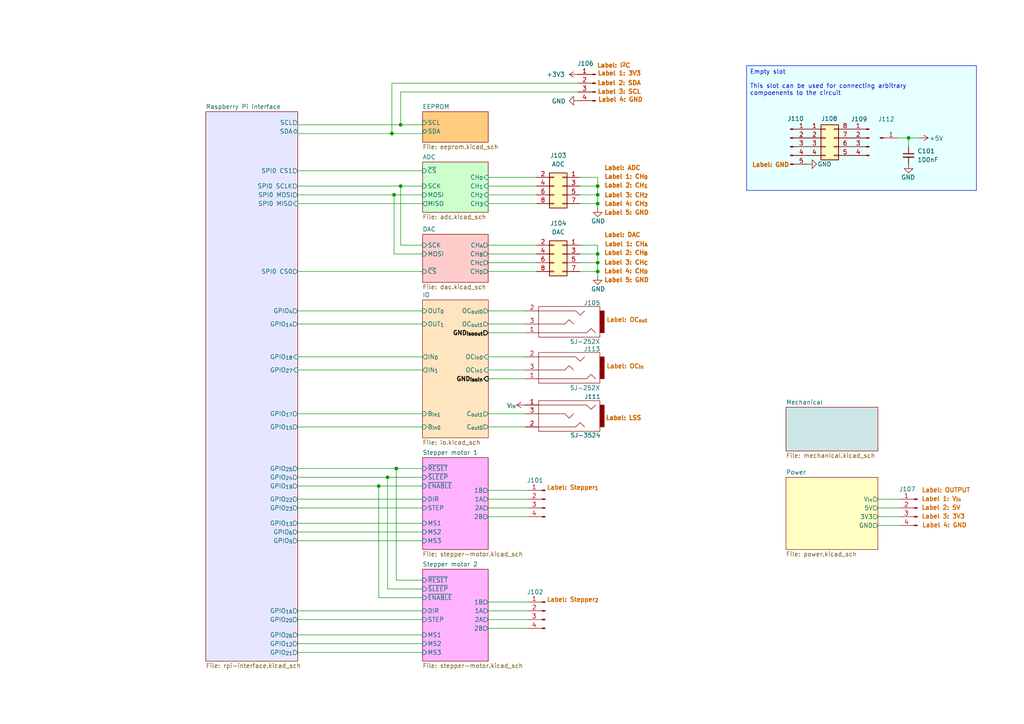
<source format=kicad_sch>
(kicad_sch (version 20231120) (generator "eeschema") (generator_version "8.0")
  (paper "A4")
  (title_block (title "${TITLE}") (date "2025-01-04") (rev "${REVISION}") (comment 1 "${AUTHOR}"))
  (lib_symbols
    (symbol "Connector:Conn_01x01_Pin" (pin_names (offset 1.016) hide)
      (property "Reference" "J" (at 0 2.54 0))
      (property "Value" "Conn_01x01_Pin" (at 0 -2.54 0))
      (symbol "Conn_01x01_Pin_1_1"
        (polyline (pts (xy 1.27 0) (xy 0.8636 0)) (stroke (width 0.1524)))
        (rectangle (start 0.8636 0.127) (end 0 -0.127) (stroke (width 0.1524)) (fill (type outline)))
        (pin passive line (at 5.08 0 180) (length 3.81) (name "Pin_1") (number "1"))
      )
    )
    (symbol "Connector:Conn_01x04_Pin" (pin_names (offset 1.016) hide)
      (property "Reference" "J" (at 0 5.08 0))
      (property "Value" "Conn_01x04_Pin" (at 0 -7.62 0))
      (symbol "Conn_01x04_Pin_1_1"
        (polyline (pts (xy 1.27 -5.08) (xy 0.8636 -5.08)) (stroke (width 0.1524)))
        (polyline (pts (xy 1.27 -2.54) (xy 0.8636 -2.54)) (stroke (width 0.1524)))
        (polyline (pts (xy 1.27 0) (xy 0.8636 0)) (stroke (width 0.1524)))
        (polyline (pts (xy 1.27 2.54) (xy 0.8636 2.54)) (stroke (width 0.1524)))
        (rectangle (start 0.8636 -4.953) (end 0 -5.207) (stroke (width 0.1524)) (fill (type outline)))
        (rectangle (start 0.8636 -2.413) (end 0 -2.667) (stroke (width 0.1524)) (fill (type outline)))
        (rectangle (start 0.8636 0.127) (end 0 -0.127) (stroke (width 0.1524)) (fill (type outline)))
        (rectangle (start 0.8636 2.667) (end 0 2.413) (stroke (width 0.1524)) (fill (type outline)))
        (pin passive line (at 5.08 2.54 180) (length 3.81) (name "Pin_1") (number "1"))
        (pin passive line (at 5.08 0 180) (length 3.81) (name "Pin_2") (number "2"))
        (pin passive line (at 5.08 -2.54 180) (length 3.81) (name "Pin_3") (number "3"))
        (pin passive line (at 5.08 -5.08 180) (length 3.81) (name "Pin_4") (number "4"))
      )
    )
    (symbol "Connector:Conn_01x05_Pin" (pin_names (offset 1.016) hide)
      (property "Reference" "J" (at 0 7.62 0))
      (property "Value" "Conn_01x05_Pin" (at 0 -7.62 0))
      (symbol "Conn_01x05_Pin_1_1"
        (polyline (pts (xy 1.27 -5.08) (xy 0.8636 -5.08)) (stroke (width 0.1524)))
        (polyline (pts (xy 1.27 -2.54) (xy 0.8636 -2.54)) (stroke (width 0.1524)))
        (polyline (pts (xy 1.27 0) (xy 0.8636 0)) (stroke (width 0.1524)))
        (polyline (pts (xy 1.27 2.54) (xy 0.8636 2.54)) (stroke (width 0.1524)))
        (polyline (pts (xy 1.27 5.08) (xy 0.8636 5.08)) (stroke (width 0.1524)))
        (rectangle (start 0.8636 -4.953) (end 0 -5.207) (stroke (width 0.1524)) (fill (type outline)))
        (rectangle (start 0.8636 -2.413) (end 0 -2.667) (stroke (width 0.1524)) (fill (type outline)))
        (rectangle (start 0.8636 0.127) (end 0 -0.127) (stroke (width 0.1524)) (fill (type outline)))
        (rectangle (start 0.8636 2.667) (end 0 2.413) (stroke (width 0.1524)) (fill (type outline)))
        (rectangle (start 0.8636 5.207) (end 0 4.953) (stroke (width 0.1524)) (fill (type outline)))
        (pin passive line (at 5.08 5.08 180) (length 3.81) (name "Pin_1") (number "1"))
        (pin passive line (at 5.08 2.54 180) (length 3.81) (name "Pin_2") (number "2"))
        (pin passive line (at 5.08 0 180) (length 3.81) (name "Pin_3") (number "3"))
        (pin passive line (at 5.08 -2.54 180) (length 3.81) (name "Pin_4") (number "4"))
        (pin passive line (at 5.08 -5.08 180) (length 3.81) (name "Pin_5") (number "5"))
      )
    )
    (symbol "Connector_Generic:Conn_02x04_Counter_Clockwise" (pin_names (offset 1.016) hide)
      (property "Reference" "J" (at 1.27 5.08 0))
      (property "Value" "Conn_02x04_Counter_Clockwise" (at 1.27 -7.62 0))
      (symbol "Conn_02x04_Counter_Clockwise_1_1"
        (rectangle (start -1.27 -4.953) (end 0 -5.207) (stroke (width 0.1524)))
        (rectangle (start -1.27 -2.413) (end 0 -2.667) (stroke (width 0.1524)))
        (rectangle (start -1.27 0.127) (end 0 -0.127) (stroke (width 0.1524)))
        (rectangle (start -1.27 2.667) (end 0 2.413) (stroke (width 0.1524)))
        (rectangle (start -1.27 3.81) (end 3.81 -6.35) (stroke (width 0.254)) (fill (type background)))
        (rectangle (start 3.81 -4.953) (end 2.54 -5.207) (stroke (width 0.1524)))
        (rectangle (start 3.81 -2.413) (end 2.54 -2.667) (stroke (width 0.1524)))
        (rectangle (start 3.81 0.127) (end 2.54 -0.127) (stroke (width 0.1524)))
        (rectangle (start 3.81 2.667) (end 2.54 2.413) (stroke (width 0.1524)))
        (pin passive line (at -5.08 2.54 0) (length 3.81) (name "Pin_1") (number "1"))
        (pin passive line (at -5.08 0 0) (length 3.81) (name "Pin_2") (number "2"))
        (pin passive line (at -5.08 -2.54 0) (length 3.81) (name "Pin_3") (number "3"))
        (pin passive line (at -5.08 -5.08 0) (length 3.81) (name "Pin_4") (number "4"))
        (pin passive line (at 7.62 -5.08 180) (length 3.81) (name "Pin_5") (number "5"))
        (pin passive line (at 7.62 -2.54 180) (length 3.81) (name "Pin_6") (number "6"))
        (pin passive line (at 7.62 0 180) (length 3.81) (name "Pin_7") (number "7"))
        (pin passive line (at 7.62 2.54 180) (length 3.81) (name "Pin_8") (number "8"))
      )
    )
    (symbol "Connector_Generic:Conn_02x04_Odd_Even" (pin_names (offset 1.016) hide)
      (property "Reference" "J" (at 1.27 5.08 0))
      (property "Value" "Conn_02x04_Odd_Even" (at 1.27 -7.62 0))
      (symbol "Conn_02x04_Odd_Even_1_1"
        (rectangle (start -1.27 -4.953) (end 0 -5.207) (stroke (width 0.1524)))
        (rectangle (start -1.27 -2.413) (end 0 -2.667) (stroke (width 0.1524)))
        (rectangle (start -1.27 0.127) (end 0 -0.127) (stroke (width 0.1524)))
        (rectangle (start -1.27 2.667) (end 0 2.413) (stroke (width 0.1524)))
        (rectangle (start -1.27 3.81) (end 3.81 -6.35) (stroke (width 0.254)) (fill (type background)))
        (rectangle (start 3.81 -4.953) (end 2.54 -5.207) (stroke (width 0.1524)))
        (rectangle (start 3.81 -2.413) (end 2.54 -2.667) (stroke (width 0.1524)))
        (rectangle (start 3.81 0.127) (end 2.54 -0.127) (stroke (width 0.1524)))
        (rectangle (start 3.81 2.667) (end 2.54 2.413) (stroke (width 0.1524)))
        (pin passive line (at -5.08 2.54 0) (length 3.81) (name "Pin_1") (number "1"))
        (pin passive line (at 7.62 2.54 180) (length 3.81) (name "Pin_2") (number "2"))
        (pin passive line (at -5.08 0 0) (length 3.81) (name "Pin_3") (number "3"))
        (pin passive line (at 7.62 0 180) (length 3.81) (name "Pin_4") (number "4"))
        (pin passive line (at -5.08 -2.54 0) (length 3.81) (name "Pin_5") (number "5"))
        (pin passive line (at 7.62 -2.54 180) (length 3.81) (name "Pin_6") (number "6"))
        (pin passive line (at -5.08 -5.08 0) (length 3.81) (name "Pin_7") (number "7"))
        (pin passive line (at 7.62 -5.08 180) (length 3.81) (name "Pin_8") (number "8"))
      )
    )
    (symbol "Device:C_Small" (pin_numbers hide) (pin_names (offset 0.254) hide)
      (property "Reference" "C" (at 0.254 1.778 0))
      (property "Value" "C_Small" (at 0.254 -2.032 0))
      (symbol "C_Small_0_1"
        (polyline (pts (xy -1.524 -0.508) (xy 1.524 -0.508)) (stroke (width 0.3302)))
        (polyline (pts (xy -1.524 0.508) (xy 1.524 0.508)) (stroke (width 0.3048)))
      )
      (symbol "C_Small_1_1"
        (pin passive line (at 0 2.54 270) (length 2.032) (name "~") (number "1"))
        (pin passive line (at 0 -2.54 90) (length 2.032) (name "~") (number "2"))
      )
    )
    (symbol "ambia:JACK_STEREO" (pin_names (offset 1.016))
      (property "Reference" "J" (at -8.89 -5.08 0))
      (property "Value" "JACK_STEREO" (at -3.81 6.35 0))
      (symbol "JACK_STEREO_0_1"
        (rectangle (start -11.43 3.81) (end -10.16 -2.54) (fill (type outline)))
        (polyline (pts (xy -3.175 -2.54) (xy 7.62 -2.54) (xy 7.62 -2.54)))
        (polyline (pts (xy -3.175 -2.54) (xy -4.445 -1.27) (xy -5.715 -2.54) (xy -5.715 -2.54)))
        (polyline (pts (xy -2.54 1.27) (xy -1.27 0) (xy 0 1.27) (xy 0 1.27)))
        (polyline (pts (xy 0 1.27) (xy 7.62 1.27) (xy 7.62 1.27) (xy 7.62 1.27)))
        (polyline (pts (xy 7.62 3.81) (xy -6.35 3.81) (xy -7.62 2.54) (xy -8.89 3.81) (xy -8.89 3.81)))
        (rectangle (start 7.62 -3.81) (end -10.16 5.08))
      )
      (symbol "JACK_STEREO_1_1"
        (pin passive line (at 11.43 3.81 180) (length 3.81) (name "~") (number "1"))
        (pin passive line (at 11.43 -2.54 180) (length 3.81) (name "~") (number "2"))
        (pin passive line (at 11.43 1.27 180) (length 3.81) (name "~") (number "3"))
      )
    )
    (symbol "power:+12V" (power) (pin_names (offset 0))
      (property "Value" "+12V" (at 0 3.556 0))
      (symbol "+12V_0_1"
        (polyline (pts (xy -0.762 1.27) (xy 0 2.54)))
        (polyline (pts (xy 0 0) (xy 0 2.54)))
        (polyline (pts (xy 0 2.54) (xy 0.762 1.27)))
      )
      (symbol "+12V_1_1"
        (pin power_in line (at 0 0 90) (length 0) hide (name "+12V") (number "1"))
      )
    )
    (symbol "power:+3V3" (power) (pin_numbers hide) (pin_names (offset 0) hide)
      (property "Value" "+3V3" (at 0 3.556 0))
      (symbol "+3V3_0_1"
        (polyline (pts (xy -0.762 1.27) (xy 0 2.54)))
        (polyline (pts (xy 0 0) (xy 0 2.54)))
        (polyline (pts (xy 0 2.54) (xy 0.762 1.27)))
      )
      (symbol "+3V3_1_1"
        (pin power_in line (at 0 0 90) (length 0) (name "~") (number "1"))
      )
    )
    (symbol "power:+5V" (power) (pin_numbers hide) (pin_names (offset 0) hide)
      (property "Value" "+5V" (at 0 3.556 0))
      (symbol "+5V_0_1"
        (polyline (pts (xy -0.762 1.27) (xy 0 2.54)))
        (polyline (pts (xy 0 0) (xy 0 2.54)))
        (polyline (pts (xy 0 2.54) (xy 0.762 1.27)))
      )
      (symbol "+5V_1_1"
        (pin power_in line (at 0 0 90) (length 0) (name "~") (number "1"))
      )
    )
    (symbol "power:GND" (power) (pin_numbers hide) (pin_names (offset 0) hide)
      (property "Value" "GND" (at 0 -3.81 0))
      (symbol "GND_0_1"
        (polyline (pts (xy 0 0) (xy 0 -1.27) (xy 1.27 -1.27) (xy 0 -2.54) (xy -1.27 -1.27) (xy 0 -1.27)))
      )
      (symbol "GND_1_1"
        (pin power_in line (at 0 0 270) (length 0) (name "~") (number "1"))
      )
    )
  )
  (junction (at 114.3 56.515))
  (junction (at 173.355 78.74))
  (junction (at 116.205 36.195))
  (junction (at 113.665 38.735))
  (junction (at 116.205 53.975))
  (junction (at 173.355 53.975))
  (junction (at 112.395 138.43))
  (junction (at 173.355 76.2))
  (junction (at 263.525 40.005))
  (junction (at 173.355 59.055))
  (junction (at 109.855 140.97))
  (junction (at 114.935 135.89))
  (junction (at 173.355 56.515))
  (junction (at 173.355 73.66))
  (wire (pts (xy 86.36 53.975) (xy 116.205 53.975)))
  (wire (pts (xy 122.555 156.845) (xy 86.36 156.845)))
  (wire (pts (xy 141.605 182.245) (xy 153.035 182.245)))
  (wire (pts (xy 141.605 96.52) (xy 152.4 96.52)))
  (wire (pts (xy 86.36 93.98) (xy 122.555 93.98)))
  (wire (pts (xy 141.605 144.78) (xy 153.035 144.78)))
  (wire (pts (xy 122.555 144.78) (xy 86.36 144.78)))
  (wire (pts (xy 141.605 109.855) (xy 152.4 109.855)))
  (wire (pts (xy 173.355 51.435) (xy 173.355 53.975)))
  (wire (pts (xy 86.36 36.195) (xy 116.205 36.195)))
  (wire (pts (xy 122.555 173.355) (xy 109.855 173.355)))
  (wire (pts (xy 141.605 142.24) (xy 153.035 142.24)))
  (wire (pts (xy 86.36 49.53) (xy 122.555 49.53)))
  (wire (pts (xy 263.525 40.005) (xy 260.35 40.005)))
  (wire (pts (xy 141.605 149.86) (xy 153.035 149.86)))
  (wire (pts (xy 122.555 147.32) (xy 86.36 147.32)))
  (wire (pts (xy 86.36 56.515) (xy 114.3 56.515)))
  (wire (pts (xy 168.275 71.12) (xy 173.355 71.12)))
  (wire (pts (xy 141.605 76.2) (xy 155.575 76.2)))
  (wire (pts (xy 254.635 144.78) (xy 260.985 144.78)))
  (wire (pts (xy 114.935 135.89) (xy 122.555 135.89)))
  (wire (pts (xy 141.605 147.32) (xy 153.035 147.32)))
  (wire (pts (xy 86.36 90.17) (xy 122.555 90.17)))
  (wire (pts (xy 173.355 53.975) (xy 168.275 53.975)))
  (wire (pts (xy 113.665 38.735) (xy 122.555 38.735)))
  (wire (pts (xy 141.605 103.505) (xy 152.4 103.505)))
  (wire (pts (xy 114.3 73.66) (xy 114.3 56.515)))
  (wire (pts (xy 122.555 184.15) (xy 86.36 184.15)))
  (wire (pts (xy 168.275 51.435) (xy 173.355 51.435)))
  (wire (pts (xy 173.355 56.515) (xy 168.275 56.515)))
  (wire (pts (xy 109.855 173.355) (xy 109.855 140.97)))
  (wire (pts (xy 141.605 107.315) (xy 152.4 107.315)))
  (wire (pts (xy 86.36 135.89) (xy 114.935 135.89)))
  (wire (pts (xy 122.555 179.705) (xy 86.36 179.705)))
  (wire (pts (xy 122.555 120.015) (xy 86.36 120.015)))
  (wire (pts (xy 122.555 168.275) (xy 114.935 168.275)))
  (wire (pts (xy 173.355 59.055) (xy 173.355 60.325)))
  (wire (pts (xy 122.555 36.195) (xy 122.555 35.56)))
  (wire (pts (xy 122.555 71.12) (xy 116.205 71.12)))
  (wire (pts (xy 254.635 149.86) (xy 260.985 149.86)))
  (wire (pts (xy 86.36 38.735) (xy 86.36 38.1)))
  (wire (pts (xy 122.555 123.825) (xy 86.36 123.825)))
  (wire (pts (xy 122.555 138.43) (xy 112.395 138.43)))
  (wire (pts (xy 141.605 73.66) (xy 155.575 73.66)))
  (wire (pts (xy 86.36 38.735) (xy 113.665 38.735)))
  (wire (pts (xy 122.555 73.66) (xy 114.3 73.66)))
  (wire (pts (xy 173.355 76.2) (xy 173.355 78.74)))
  (wire (pts (xy 122.555 151.765) (xy 86.36 151.765)))
  (wire (pts (xy 122.555 170.815) (xy 112.395 170.815)))
  (wire (pts (xy 112.395 138.43) (xy 86.36 138.43)))
  (wire (pts (xy 116.205 71.12) (xy 116.205 53.975)))
  (wire (pts (xy 141.605 177.165) (xy 153.035 177.165)))
  (wire (pts (xy 86.36 59.055) (xy 122.555 59.055)))
  (wire (pts (xy 141.605 179.705) (xy 153.035 179.705)))
  (wire (pts (xy 141.605 56.515) (xy 155.575 56.515)))
  (wire (pts (xy 141.605 120.015) (xy 152.4 120.015)))
  (wire (pts (xy 254.635 147.32) (xy 260.985 147.32)))
  (wire (pts (xy 141.605 93.98) (xy 152.4 93.98)))
  (wire (pts (xy 122.555 177.165) (xy 86.36 177.165)))
  (wire (pts (xy 254.635 152.4) (xy 260.985 152.4)))
  (wire (pts (xy 141.605 123.825) (xy 152.4 123.825)))
  (wire (pts (xy 122.555 154.305) (xy 86.36 154.305)))
  (wire (pts (xy 113.665 24.13) (xy 167.64 24.13)))
  (wire (pts (xy 141.605 90.17) (xy 152.4 90.17)))
  (wire (pts (xy 141.605 78.74) (xy 155.575 78.74)))
  (wire (pts (xy 173.355 56.515) (xy 173.355 59.055)))
  (wire (pts (xy 116.205 36.195) (xy 122.555 36.195)))
  (wire (pts (xy 173.355 59.055) (xy 168.275 59.055)))
  (wire (pts (xy 141.605 174.625) (xy 153.035 174.625)))
  (wire (pts (xy 173.355 76.2) (xy 168.275 76.2)))
  (wire (pts (xy 109.855 140.97) (xy 86.36 140.97)))
  (wire (pts (xy 173.355 78.74) (xy 173.355 80.01)))
  (wire (pts (xy 122.555 38.735) (xy 122.555 38.1)))
  (wire (pts (xy 173.355 78.74) (xy 168.275 78.74)))
  (wire (pts (xy 141.605 59.055) (xy 155.575 59.055)))
  (wire (pts (xy 114.3 56.515) (xy 122.555 56.515)))
  (wire (pts (xy 86.36 78.74) (xy 122.555 78.74)))
  (wire (pts (xy 122.555 189.23) (xy 86.36 189.23)))
  (wire (pts (xy 116.205 26.67) (xy 167.64 26.67)))
  (wire (pts (xy 122.555 103.505) (xy 86.36 103.505)))
  (wire (pts (xy 122.555 186.69) (xy 86.36 186.69)))
  (wire (pts (xy 114.935 135.89) (xy 114.935 168.275)))
  (wire (pts (xy 112.395 170.815) (xy 112.395 138.43)))
  (wire (pts (xy 141.605 53.975) (xy 155.575 53.975)))
  (wire (pts (xy 122.555 107.315) (xy 86.36 107.315)))
  (wire (pts (xy 263.525 40.005) (xy 263.525 42.545)))
  (wire (pts (xy 141.605 51.435) (xy 155.575 51.435)))
  (wire (pts (xy 86.36 36.195) (xy 86.36 35.56)))
  (wire (pts (xy 141.605 71.12) (xy 155.575 71.12)))
  (wire (pts (xy 266.7 40.005) (xy 263.525 40.005)))
  (wire (pts (xy 122.555 140.97) (xy 109.855 140.97)))
  (wire (pts (xy 173.355 71.12) (xy 173.355 73.66)))
  (wire (pts (xy 116.205 53.975) (xy 122.555 53.975)))
  (wire (pts (xy 116.205 26.67) (xy 116.205 36.195)))
  (wire (pts (xy 173.355 53.975) (xy 173.355 56.515)))
  (wire (pts (xy 113.665 24.13) (xy 113.665 38.735)))
  (wire (pts (xy 173.355 73.66) (xy 168.275 73.66)))
  (wire (pts (xy 173.355 73.66) (xy 173.355 76.2)))
  (text_box "Empty slot\n\nThis slot can be used for connecting arbitrary \ncompoenents to the circuit" (at 216.535 19.05 0) (size 66.675 36.195) (fill (type color) (color 0 255 255 0.1)) (effects (font (size 1.27 1.27)) (justify left top)))
  (symbol (lib_id "Connector:Conn_01x04_Pin") (at 158.115 144.78 0) (mirror y) (unit 1)
    (property "Reference" "J101" (at 155.194 139.319 0))
    (property "Value" "Conn_01x04_Pin" (effects (hide yes)))
    (property "Footprint" "Connector_PinHeader_2.54mm:PinHeader_1x04_P2.54mm_Vertical" (effects (hide yes)))
    (property "Description" "Generic connector, single row, 01x04, script generated" (effects (hide yes)))
    (property "Label" "Stepper_{1}" (at 166.116 141.351 0) (show_name yes) (effects (font (thickness 0.254) (bold yes))))
  )
  (symbol (lib_id "ambia:JACK_STEREO") (at 163.83 106.045 180) (unit 1)
    (property "Reference" "J113" (at 171.704 101.219 0))
    (property "Value" "SJ-252X" (at 169.672 112.522 0))
    (property "Footprint" "rpi:SJ-252X" (effects (hide yes)))
    (property "Source1" "https://www.digikey.de/product-detail/de/cui-inc/SJ-2523-SMT-TR/CP-2523SJCT-ND/669702" (effects (hide yes)))
    (property "MPN" "SJ-2523-SMT-TR" (effects (hide yes)))
    (property "Price (EUR)" "0.85" (effects (hide yes)))
    (property "Price100 (EUR)" "0.65" (effects (hide yes)))
    (property "Label" "OC_{in}" (at 186.944 106.172 0) (show_name yes) (effects (font (thickness 0.254) (bold yes)) (justify left)))
  )
  (symbol (lib_id "Connector:Conn_01x05_Pin") (at 229.235 42.545 0) (unit 1)
    (property "Reference" "J110" (at 230.759 34.417 0) (effects (font (thickness 0.1588))))
    (property "Value" "Conn_01x05_Pin" (effects (hide yes)))
    (property "Footprint" "Connector_PinHeader_2.54mm:PinHeader_1x05_P2.54mm_Vertical" (effects (hide yes)))
    (property "Description" "Generic connector, single row, 01x05, script generated" (effects (hide yes)))
    (property "Label" "GND" (at 223.52 47.752 0) (show_name yes) (effects (font (thickness 0.254) (bold yes))))
  )
  (symbol (lib_id "Connector:Conn_01x01_Pin") (at 255.27 40.005 0) (unit 1)
    (property "Reference" "J112" (at 257.048 34.544 0))
    (property "Value" "Conn_01x01_Pin" (effects (hide yes)))
    (property "Footprint" "Connector_PinHeader_2.54mm:PinHeader_1x01_P2.54mm_Vertical" (effects (hide yes)))
    (property "Description" "Generic connector, single row, 01x01, script generated" (effects (hide yes)))
  )
  (symbol (lib_id "Connector_Generic:Conn_02x04_Odd_Even") (at 163.195 73.66 0) (mirror y) (unit 1)
    (property "Reference" "J104" (at 161.925 64.77 0))
    (property "Value" "DAC" (at 161.925 67.31 0))
    (property "Footprint" "Connector_PinHeader_2.54mm:PinHeader_2x04_P2.54mm_Vertical" (effects (hide yes)))
    (property "Description" "Generic connector, double row, 02x04, odd/even pin numbering scheme (row 1 odd numbers, row 2 even numbers), script generated (kicad-library-utils/schlib/autogen/connector/)" (effects (hide yes)))
    (property "Label" "DAC" (at 185.928 68.072 0) (show_name yes) (effects (font (thickness 0.254) (bold yes)) (justify left)))
    (property "Label 1" "CH_{A}" (at 188.087 70.739 0) (show_name yes) (effects (font (thickness 0.254) (bold yes)) (justify left)))
    (property "Label 2" "CH_{B}" (at 188.087 73.279 0) (show_name yes) (effects (font (thickness 0.254) (bold yes)) (justify left)))
    (property "Label 3" "CH_{C}" (at 188.087 76.073 0) (show_name yes) (effects (font (thickness 0.254) (bold yes)) (justify left)))
    (property "Label 4" "CH_{D}" (at 188.087 78.613 0) (show_name yes) (effects (font (thickness 0.254) (bold yes)) (justify left)))
    (property "Label 5" "GND" (at 188.341 81.153 0) (show_name yes) (effects (font (thickness 0.254) (bold yes)) (justify left)))
  )
  (symbol (lib_id "power:+12V") (at 152.4 117.475 90) (unit 1)
    (property "Reference" "#PWR0105" (effects (hide yes)))
    (property "Value" "V_{in}" (at 148.336 117.602 90))
  )
  (symbol (lib_id "power:+3V3") (at 167.64 21.59 90) (unit 1)
    (property "Reference" "#PWR0104" (effects (hide yes)))
    (property "Value" "+3V3" (at 163.83 21.5899 90) (effects (justify left)))
    (property "Description" "Power symbol creates a global label with name \"+3V3\"" (effects (hide yes)))
  )
  (symbol (lib_id "Connector_Generic:Conn_02x04_Counter_Clockwise") (at 239.395 40.005 0) (unit 1)
    (property "Reference" "J108" (at 240.538 34.417 0))
    (property "Value" "Conn_02x04_Counter_Clockwise" (effects (hide yes)))
    (property "Footprint" "Package_DIP:DIP-8_W7.62mm_Socket" (effects (hide yes)))
    (property "Description" "Generic connector, double row, 02x04, counter clockwise pin numbering scheme (similar to DIP package numbering), script generated (kicad-library-utils/schlib/autogen/connector/)" (effects (hide yes)))
  )
  (symbol (lib_id "power:GND") (at 173.355 60.325 0) (mirror y) (unit 1)
    (property "Reference" "#PWR0101" (effects (hide yes)))
    (property "Value" "GND" (at 173.482 64.135 0))
    (property "Description" "Power symbol creates a global label with name \"GND\" , ground" (effects (hide yes)))
  )
  (symbol (lib_id "power:GND") (at 173.355 80.01 0) (mirror y) (unit 1)
    (property "Reference" "#PWR0102" (effects (hide yes)))
    (property "Value" "GND" (at 173.482 83.82 0))
    (property "Description" "Power symbol creates a global label with name \"GND\" , ground" (effects (hide yes)))
  )
  (symbol (lib_id "power:GND") (at 263.525 47.625 0) (mirror y) (unit 1)
    (property "Reference" "#PWR0108" (effects (hide yes)))
    (property "Value" "GND" (at 263.398 51.435 0))
    (property "Description" "Power symbol creates a global label with name \"GND\" , ground" (effects (hide yes)))
  )
  (symbol (lib_id "Connector:Conn_01x04_Pin") (at 252.095 40.005 0) (mirror y) (unit 1)
    (property "Reference" "J109" (at 249.174 34.544 0))
    (property "Value" "Conn_01x04_Pin" (effects (hide yes)))
    (property "Footprint" "Connector_PinHeader_2.54mm:PinHeader_1x04_P2.54mm_Vertical" (effects (hide yes)))
    (property "Description" "Generic connector, single row, 01x04, script generated" (effects (hide yes)))
  )
  (symbol (lib_id "Connector:Conn_01x04_Pin") (at 266.065 147.32 0) (mirror y) (unit 1)
    (property "Reference" "J107" (at 263.144 141.859 0))
    (property "Value" "Conn_01x04_Pin" (effects (hide yes)))
    (property "Footprint" "Connector_PinHeader_2.54mm:PinHeader_1x04_P2.54mm_Horizontal" (effects (hide yes)))
    (property "Description" "Generic connector, single row, 01x04, script generated" (effects (hide yes)))
    (property "Label" "OUTPUT" (at 281.559 142.113 0) (show_name yes) (effects (font (thickness 0.254) (bold yes)) (justify left)))
    (property "Label 1" "V_{in}" (at 279.019 144.653 0) (show_name yes) (effects (font (thickness 0.254) (bold yes)) (justify left)))
    (property "Label 2" "5V" (at 278.765 147.193 0) (show_name yes) (effects (font (thickness 0.254) (bold yes)) (justify left)))
    (property "Label 3" "3V3" (at 280.035 149.733 0) (show_name yes) (effects (font (thickness 0.254) (bold yes)) (justify left)))
    (property "Label 4" "GND" (at 280.543 152.273 0) (show_name yes) (effects (font (thickness 0.254) (bold yes)) (justify left)))
  )
  (symbol (lib_id "power:+5V") (at 266.7 40.005 270) (unit 1)
    (property "Reference" "#PWR0107" (effects (hide yes)))
    (property "Value" "+5V" (at 269.494 40.132 90) (effects (justify left)))
    (property "Description" "Power symbol creates a global label with name \"+5V\"" (effects (hide yes)))
  )
  (symbol (lib_id "Connector:Conn_01x04_Pin") (at 158.115 177.165 0) (mirror y) (unit 1)
    (property "Reference" "J102" (at 155.194 171.704 0))
    (property "Value" "Conn_01x04_Pin" (effects (hide yes)))
    (property "Footprint" "Connector_PinHeader_2.54mm:PinHeader_1x04_P2.54mm_Vertical" (effects (hide yes)))
    (property "Description" "Generic connector, single row, 01x04, script generated" (effects (hide yes)))
    (property "Label" "Stepper_{2}" (at 166.116 173.863 0) (show_name yes) (effects (font (thickness 0.254) (bold yes))))
  )
  (symbol (lib_id "Connector_Generic:Conn_02x04_Odd_Even") (at 163.195 53.975 0) (mirror y) (unit 1)
    (property "Reference" "J103" (at 161.925 45.085 0))
    (property "Value" "ADC" (at 161.925 47.625 0))
    (property "Footprint" "Connector_PinHeader_2.54mm:PinHeader_2x04_P2.54mm_Vertical" (effects (hide yes)))
    (property "Description" "Generic connector, double row, 02x04, odd/even pin numbering scheme (row 1 odd numbers, row 2 even numbers), script generated (kicad-library-utils/schlib/autogen/connector/)" (effects (hide yes)))
    (property "Label" "ADC" (at 185.928 48.641 0) (show_name yes) (effects (font (thickness 0.254) (bold yes)) (justify left)))
    (property "Label 1" "CH_{0}" (at 188.087 51.181 0) (show_name yes) (effects (font (thickness 0.254) (bold yes)) (justify left)))
    (property "Label 2" "CH_{1}" (at 188.087 53.721 0) (show_name yes) (effects (font (thickness 0.254) (bold yes)) (justify left)))
    (property "Label 3" "CH_{2}" (at 188.087 56.515 0) (show_name yes) (effects (font (thickness 0.254) (bold yes)) (justify left)))
    (property "Label 4" "CH_{3}" (at 188.087 59.055 0) (show_name yes) (effects (font (thickness 0.254) (bold yes)) (justify left)))
    (property "Label 5" "GND" (at 188.341 61.595 0) (show_name yes) (effects (font (thickness 0.254) (bold yes)) (justify left)))
  )
  (symbol (lib_id "Connector:Conn_01x04_Pin") (at 172.72 24.13 0) (mirror y) (unit 1)
    (property "Reference" "J106" (at 169.799 18.415 0))
    (property "Value" "Conn_01x04_Pin" (effects (hide yes)))
    (property "Footprint" "Connector_PinHeader_2.54mm:PinHeader_1x04_P2.54mm_Horizontal" (effects (hide yes)))
    (property "Description" "Generic connector, single row, 01x04, script generated" (effects (hide yes)))
    (property "Label" "I^{2}C" (at 183.007 18.923 0) (show_name yes) (effects (font (thickness 0.254) (bold yes)) (justify left)))
    (property "Label 1" "3V3" (at 186.055 21.209 0) (show_name yes) (effects (font (thickness 0.254) (bold yes)) (justify left)))
    (property "Label 2" "SDA" (at 186.055 24.003 0) (show_name yes) (effects (font (thickness 0.254) (bold yes)) (justify left)))
    (property "Label 3" "SCL" (at 186.055 26.543 0) (show_name yes) (effects (font (thickness 0.254) (bold yes)) (justify left)))
    (property "Label 4" "GND" (at 186.563 28.829 0) (show_name yes) (effects (font (thickness 0.254) (bold yes)) (justify left)))
  )
  (symbol (lib_id "Device:C_Small") (at 263.525 45.085 0) (unit 1)
    (property "Reference" "C101" (at 266.065 43.8212 0) (effects (justify left)))
    (property "Value" "100nF" (at 266.065 46.3612 0) (effects (justify left)))
    (property "Footprint" "Capacitor_SMD:C_0603_1608Metric" (effects (hide yes)))
    (property "Description" "Unpolarized capacitor, small symbol" (effects (hide yes)))
    (property "Price" "0.1" (effects (hide yes)))
  )
  (symbol (lib_id "ambia:JACK_STEREO") (at 163.83 92.71 180) (unit 1)
    (property "Reference" "J105" (at 171.704 87.884 0))
    (property "Value" "SJ-252X" (at 169.672 99.06 0))
    (property "Footprint" "rpi:SJ-252X" (effects (hide yes)))
    (property "Source1" "https://www.digikey.de/product-detail/de/cui-inc/SJ-2523-SMT-TR/CP-2523SJCT-ND/669702" (effects (hide yes)))
    (property "MPN" "SJ-2523-SMT-TR" (effects (hide yes)))
    (property "Price (EUR)" "0.85" (effects (hide yes)))
    (property "Price100 (EUR)" "0.65" (effects (hide yes)))
    (property "Label" "OC_{out}" (at 187.96 92.71 0) (show_name yes) (effects (font (thickness 0.254) (bold yes)) (justify left)))
  )
  (symbol (lib_id "ambia:JACK_STEREO") (at 163.83 121.285 0) (mirror y) (unit 1)
    (property "Reference" "J111" (at 171.831 115.062 0))
    (property "Value" "SJ-3524" (at 169.799 126.238 0))
    (property "Footprint" "rpi:SJ-3524" (effects (hide yes)))
    (property "Source1" "https://www.digikey.de/product-detail/de/cui-inc/SJ-3524-SMT-TR-PI/CP-3524SJPICT-ND/2296006" (effects (hide yes)))
    (property "MPN" "SJ-3524-SMT-TR-PI" (effects (hide yes)))
    (property "Price (EUR)" "1.07" (effects (hide yes)))
    (property "Price100 (EUR)" "0.81" (effects (hide yes)))
    (property "Label" "LSS" (at 186.182 121.158 0) (show_name yes) (effects (font (thickness 0.254) (bold yes)) (justify left)))
  )
  (symbol (lib_id "power:GND") (at 234.315 47.625 90) (mirror x) (unit 1)
    (property "Reference" "#PWR0106" (effects (hide yes)))
    (property "Value" "GND" (at 239.141 47.625 90))
    (property "Description" "Power symbol creates a global label with name \"GND\" , ground" (effects (hide yes)))
  )
  (symbol (lib_id "power:GND") (at 167.64 29.21 270) (unit 1)
    (property "Reference" "#PWR0103" (effects (hide yes)))
    (property "Value" "GND" (at 164.084 29.337 90) (effects (justify right)))
    (property "Description" "Power symbol creates a global label with name \"GND\" , ground" (effects (hide yes)))
  )
  (sheet (at 122.555 165.1) (size 19.05 26.67) (stroke (width 0.1524)) (fill (color 255 0 255 0.3000))
    (property "Sheetname" "Stepper motor 2" (at 122.555 164.3884 0) (effects (justify left bottom)))
    (property "Sheetfile" "stepper-motor.kicad_sch" (at 122.555 192.3546 0) (effects (justify left top)))
    (pin "1A" output (at 141.605 177.165 0))
    (pin "2B" output (at 141.605 182.245 0))
    (pin "1B" output (at 141.605 174.625 0))
    (pin "2A" output (at 141.605 179.705 0))
    (pin "STEP" input (at 122.555 179.705 180))
    (pin "~{ENABLE}" input (at 122.555 173.355 180))
    (pin "DIR" input (at 122.555 177.165 180))
    (pin "~{RESET}" input (at 122.555 168.275 180))
    (pin "~{SLEEP}" input (at 122.555 170.815 180))
    (pin "MS2" input (at 122.555 186.69 180))
    (pin "MS3" input (at 122.555 189.23 180))
    (pin "MS1" input (at 122.555 184.15 180))
  )
  (sheet (at 122.555 46.99) (size 19.05 14.605) (stroke (width 0.1524)) (fill (color 0 255 0 0.2000))
    (property "Sheetname" "ADC" (at 122.555 46.2784 0) (effects (justify left bottom)))
    (property "Sheetfile" "adc.kicad_sch" (at 122.555 62.1796 0) (effects (justify left top)))
    (pin "MOSI" input (at 122.555 56.515 180))
    (pin "MISO" output (at 122.555 59.055 180))
    (pin "~{CS}" input (at 122.555 49.53 180))
    (pin "SCK" input (at 122.555 53.975 180))
    (pin "CH_{0}" input (at 141.605 51.435 0))
    (pin "CH_{2}" input (at 141.605 56.515 0))
    (pin "CH_{1}" input (at 141.605 53.975 0))
    (pin "CH_{3}" input (at 141.605 59.055 0))
  )
  (sheet (at 227.965 118.11) (size 26.67 12.7) (stroke (width 0.1524)) (fill (color 0 132 132 0.2000))
    (property "Sheetname" "Mechanical" (at 227.965 117.3984 0) (effects (justify left bottom)))
    (property "Sheetfile" "mechanical.kicad_sch" (at 227.965 131.3946 0) (effects (justify left top)))
  )
  (sheet (at 122.555 132.715) (size 19.05 26.67) (stroke (width 0.1524)) (fill (color 255 0 255 0.3000))
    (property "Sheetname" "Stepper motor 1" (at 122.555 132.0034 0) (effects (justify left bottom)))
    (property "Sheetfile" "stepper-motor.kicad_sch" (at 122.555 159.9696 0) (effects (justify left top)))
    (pin "1A" output (at 141.605 144.78 0))
    (pin "2B" output (at 141.605 149.86 0))
    (pin "1B" output (at 141.605 142.24 0))
    (pin "2A" output (at 141.605 147.32 0))
    (pin "STEP" input (at 122.555 147.32 180))
    (pin "~{ENABLE}" input (at 122.555 140.97 180))
    (pin "DIR" input (at 122.555 144.78 180))
    (pin "~{RESET}" input (at 122.555 135.89 180))
    (pin "~{SLEEP}" input (at 122.555 138.43 180))
    (pin "MS2" input (at 122.555 154.305 180))
    (pin "MS3" input (at 122.555 156.845 180))
    (pin "MS1" input (at 122.555 151.765 180))
  )
  (sheet (at 122.555 32.385) (size 19.05 8.89) (stroke (width 0.1524)) (fill (color 255 153 0 0.5000))
    (property "Sheetname" "EEPROM" (at 122.555 31.6734 0) (effects (justify left bottom)))
    (property "Sheetfile" "eeprom.kicad_sch" (at 122.555 41.8596 0) (effects (justify left top)))
    (pin "SCL" input (at 122.555 35.56 180))
    (pin "SDA" bidirectional (at 122.555 38.1 180))
  )
  (sheet (at 122.555 86.995) (size 19.05 40.005) (stroke (width 0.1524)) (fill (color 255 229 191 1.0000))
    (property "Sheetname" "IO" (at 122.555 86.2834 0) (effects (justify left bottom)))
    (property "Sheetfile" "io.kicad_sch" (at 122.555 127.5846 0) (effects (justify left top)))
    (pin "C_{out}_{1}" output (at 141.605 120.015 0))
    (pin "B_{in}_{1}" input (at 122.555 120.015 180))
    (pin "C_{out}_{0}" output (at 141.605 123.825 0))
    (pin "B_{in}_{0}" input (at 122.555 123.825 180))
    (pin "OC_{out}_{0}" output (at 141.605 90.17 0))
    (pin "GND_{iso}_{out}" output (at 141.605 96.52 0) (effects (font (thickness 0.254) (bold yes))))
    (pin "OC_{out}_{1}" output (at 141.605 93.98 0))
    (pin "GND_{iso}_{in}" input (at 141.605 109.855 0) (effects (font (thickness 0.254) (bold yes))))
    (pin "IN_{1}" output (at 122.555 107.315 180))
    (pin "OC_{in}_{0}" input (at 141.605 103.505 0))
    (pin "OC_{in}_{1}" input (at 141.605 107.315 0))
    (pin "OUT_{0}" input (at 122.555 90.17 180))
    (pin "OUT_{1}" input (at 122.555 93.98 180))
    (pin "IN_{0}" output (at 122.555 103.505 180))
  )
  (sheet (at 122.555 67.945) (size 19.05 13.97) (stroke (width 0.1524)) (fill (color 255 0 0 0.2000))
    (property "Sheetname" "DAC" (at 122.555 67.2334 0) (effects (justify left bottom)))
    (property "Sheetfile" "dac.kicad_sch" (at 122.555 82.4996 0) (effects (justify left top)))
    (pin "~{CS}" input (at 122.555 78.74 180))
    (pin "MOSI" input (at 122.555 73.66 180))
    (pin "SCK" input (at 122.555 71.12 180))
    (pin "CH_{B}" output (at 141.605 73.66 0))
    (pin "CH_{D}" output (at 141.605 78.74 0))
    (pin "CH_{A}" output (at 141.605 71.12 0))
    (pin "CH_{C}" output (at 141.605 76.2 0))
  )
  (sheet (at 59.69 32.385) (size 26.67 159.385) (stroke (width 0.1524)) (fill (color 0 0 255 0.1000))
    (property "Sheetname" "Raspberry Pi interface" (at 59.69 31.6734 0) (effects (justify left bottom)))
    (property "Sheetfile" "rpi-interface.kicad_sch" (at 59.69 192.3546 0) (effects (justify left top)))
    (pin "SPI0 CS1" output (at 86.36 49.53 0))
    (pin "SPI0 CS0" output (at 86.36 78.74 0))
    (pin "SCL" output (at 86.36 35.56 0))
    (pin "SDA" bidirectional (at 86.36 38.1 0))
    (pin "SPI0 MISO" input (at 86.36 59.055 0))
    (pin "SPI0 SCLK" output (at 86.36 53.975 0))
    (pin "SPI0 MOSI" output (at 86.36 56.515 0))
    (pin "GPIO_{17}" output (at 86.36 120.015 0))
    (pin "GPIO_{4}" output (at 86.36 90.17 0))
    (pin "GPIO_{27}" input (at 86.36 107.315 0))
    (pin "GPIO_{22}" output (at 86.36 144.78 0))
    (pin "GPIO_{5}" output (at 86.36 156.845 0))
    (pin "GPIO_{19}" output (at 86.36 140.97 0))
    (pin "GPIO_{6}" output (at 86.36 154.305 0))
    (pin "GPIO_{13}" output (at 86.36 151.765 0))
    (pin "GPIO_{26}" output (at 86.36 184.15 0))
    (pin "GPIO_{21}" output (at 86.36 189.23 0))
    (pin "GPIO_{12}" output (at 86.36 186.69 0))
    (pin "GPIO_{20}" output (at 86.36 179.705 0))
    (pin "GPIO_{16}" output (at 86.36 177.165 0))
    (pin "GPIO_{18}" input (at 86.36 103.505 0))
    (pin "GPIO_{23}" output (at 86.36 147.32 0))
    (pin "GPIO_{24}" output (at 86.36 138.43 0))
    (pin "GPIO_{14}" output (at 86.36 93.98 0))
    (pin "GPIO_{25}" output (at 86.36 135.89 0))
    (pin "GPIO_{15}" output (at 86.36 123.825 0))
  )
  (sheet (at 227.965 138.43) (size 26.67 20.955) (stroke (width 0.1524)) (fill (color 255 255 194 1.0000))
    (property "Sheetname" "Power" (at 227.965 137.7184 0) (effects (justify left bottom)))
    (property "Sheetfile" "power.kicad_sch" (at 227.965 159.9696 0) (effects (justify left top)))
    (pin "V_{in}" output (at 254.635 144.78 0))
    (pin "5V" output (at 254.635 147.32 0))
    (pin "GND" output (at 254.635 152.4 0))
    (pin "3V3" output (at 254.635 149.86 0))
  )
)
</source>
